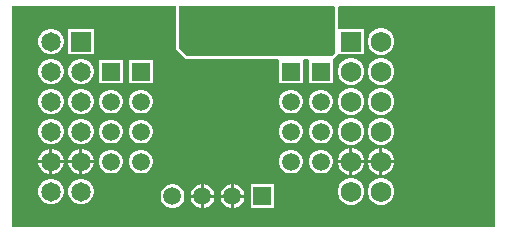
<source format=gbl>
G04*
G04 #@! TF.GenerationSoftware,Altium Limited,Altium Designer,23.3.1 (30)*
G04*
G04 Layer_Physical_Order=2*
G04 Layer_Color=16711680*
%FSLAX44Y44*%
%MOMM*%
G71*
G04*
G04 #@! TF.SameCoordinates,7D95EF5C-A674-4E58-8619-D26F187C42BB*
G04*
G04*
G04 #@! TF.FilePolarity,Positive*
G04*
G01*
G75*
%ADD38R,1.5000X1.5000*%
%ADD39C,1.5000*%
%ADD40R,1.6510X1.6510*%
%ADD41C,1.6510*%
%ADD42R,1.5000X1.5000*%
%ADD43C,1.7272*%
%ADD44R,1.6764X1.6764*%
%ADD45C,1.2700*%
G36*
X519938Y460756D02*
Y422148D01*
X517398Y419608D01*
X394716D01*
X387604Y426720D01*
Y462026D01*
X387759Y462181D01*
X518513D01*
X519938Y460756D01*
D02*
G37*
G36*
X655221Y274419D02*
X246479D01*
Y462181D01*
X384887D01*
X385014Y462026D01*
Y426720D01*
X385211Y425729D01*
X385773Y424889D01*
X392885Y417777D01*
X393725Y417215D01*
X394716Y417018D01*
X471530D01*
X472560Y416440D01*
X472560Y415748D01*
Y396360D01*
X492640D01*
Y415748D01*
X492640Y416440D01*
X493671Y417018D01*
X496930D01*
X497960Y416440D01*
X497960Y415748D01*
Y396360D01*
X518040D01*
Y416037D01*
X518252Y416752D01*
X518712Y417431D01*
X519229Y417777D01*
X521537Y420084D01*
X522478Y420878D01*
X544322D01*
Y442722D01*
X522528D01*
Y460756D01*
X522497Y460911D01*
X523452Y462181D01*
X655221D01*
Y274419D01*
D02*
G37*
%LPC*%
G36*
X315595Y442595D02*
X294005D01*
Y421005D01*
X315595D01*
Y442595D01*
D02*
G37*
G36*
X280821D02*
X277979D01*
X275233Y441859D01*
X272772Y440438D01*
X270762Y438428D01*
X269341Y435967D01*
X268605Y433221D01*
Y430379D01*
X269341Y427633D01*
X270762Y425172D01*
X272772Y423162D01*
X275233Y421741D01*
X277979Y421005D01*
X280821D01*
X283567Y421741D01*
X286028Y423162D01*
X288038Y425172D01*
X289459Y427633D01*
X290195Y430379D01*
Y433221D01*
X289459Y435967D01*
X288038Y438428D01*
X286028Y440438D01*
X283567Y441859D01*
X280821Y442595D01*
D02*
G37*
G36*
X560271Y442976D02*
X557329D01*
X554486Y442214D01*
X551938Y440743D01*
X549857Y438662D01*
X548386Y436114D01*
X547624Y433271D01*
Y430329D01*
X548386Y427486D01*
X549857Y424938D01*
X551938Y422857D01*
X554486Y421386D01*
X557329Y420624D01*
X560271D01*
X563114Y421386D01*
X565662Y422857D01*
X567743Y424938D01*
X569214Y427486D01*
X569976Y430329D01*
Y433271D01*
X569214Y436114D01*
X567743Y438662D01*
X565662Y440743D01*
X563114Y442214D01*
X560271Y442976D01*
D02*
G37*
G36*
X365640Y416440D02*
X345560D01*
Y396360D01*
X365640D01*
Y416440D01*
D02*
G37*
G36*
X340240D02*
X320160D01*
Y396360D01*
X340240D01*
Y416440D01*
D02*
G37*
G36*
X306221Y417195D02*
X303379D01*
X300633Y416459D01*
X298172Y415038D01*
X296162Y413028D01*
X294741Y410567D01*
X294005Y407821D01*
Y404979D01*
X294741Y402233D01*
X296162Y399772D01*
X298172Y397762D01*
X300633Y396341D01*
X303379Y395605D01*
X306221D01*
X308967Y396341D01*
X311428Y397762D01*
X313438Y399772D01*
X314859Y402233D01*
X315595Y404979D01*
Y407821D01*
X314859Y410567D01*
X313438Y413028D01*
X311428Y415038D01*
X308967Y416459D01*
X306221Y417195D01*
D02*
G37*
G36*
X280821D02*
X277979D01*
X275233Y416459D01*
X272772Y415038D01*
X270762Y413028D01*
X269341Y410567D01*
X268605Y407821D01*
Y404979D01*
X269341Y402233D01*
X270762Y399772D01*
X272772Y397762D01*
X275233Y396341D01*
X277979Y395605D01*
X280821D01*
X283567Y396341D01*
X286028Y397762D01*
X288038Y399772D01*
X289459Y402233D01*
X290195Y404979D01*
Y407821D01*
X289459Y410567D01*
X288038Y413028D01*
X286028Y415038D01*
X283567Y416459D01*
X280821Y417195D01*
D02*
G37*
G36*
X560271Y417576D02*
X557329D01*
X554486Y416814D01*
X551938Y415343D01*
X549857Y413262D01*
X548386Y410714D01*
X547624Y407871D01*
Y404929D01*
X548386Y402086D01*
X549857Y399538D01*
X551938Y397457D01*
X554486Y395986D01*
X557329Y395224D01*
X560271D01*
X563114Y395986D01*
X565662Y397457D01*
X567743Y399538D01*
X569214Y402086D01*
X569976Y404929D01*
Y407871D01*
X569214Y410714D01*
X567743Y413262D01*
X565662Y415343D01*
X563114Y416814D01*
X560271Y417576D01*
D02*
G37*
G36*
X534871D02*
X531929D01*
X529086Y416814D01*
X526538Y415343D01*
X524457Y413262D01*
X522986Y410714D01*
X522224Y407871D01*
Y404929D01*
X522986Y402086D01*
X524457Y399538D01*
X526538Y397457D01*
X529086Y395986D01*
X531929Y395224D01*
X534871D01*
X537714Y395986D01*
X540262Y397457D01*
X542343Y399538D01*
X543814Y402086D01*
X544576Y404929D01*
Y407871D01*
X543814Y410714D01*
X542343Y413262D01*
X540262Y415343D01*
X537714Y416814D01*
X534871Y417576D01*
D02*
G37*
G36*
X509322Y391040D02*
X506678D01*
X504125Y390356D01*
X501835Y389034D01*
X499966Y387165D01*
X498644Y384875D01*
X497960Y382322D01*
Y379678D01*
X498644Y377125D01*
X499966Y374835D01*
X501835Y372966D01*
X504125Y371644D01*
X506678Y370960D01*
X509322D01*
X511875Y371644D01*
X514165Y372966D01*
X516034Y374835D01*
X517356Y377125D01*
X518040Y379678D01*
Y382322D01*
X517356Y384875D01*
X516034Y387165D01*
X514165Y389034D01*
X511875Y390356D01*
X509322Y391040D01*
D02*
G37*
G36*
X483922D02*
X481278D01*
X478725Y390356D01*
X476435Y389034D01*
X474566Y387165D01*
X473244Y384875D01*
X472560Y382322D01*
Y379678D01*
X473244Y377125D01*
X474566Y374835D01*
X476435Y372966D01*
X478725Y371644D01*
X481278Y370960D01*
X483922D01*
X486475Y371644D01*
X488765Y372966D01*
X490634Y374835D01*
X491956Y377125D01*
X492640Y379678D01*
Y382322D01*
X491956Y384875D01*
X490634Y387165D01*
X488765Y389034D01*
X486475Y390356D01*
X483922Y391040D01*
D02*
G37*
G36*
X356922D02*
X354278D01*
X351725Y390356D01*
X349435Y389034D01*
X347566Y387165D01*
X346244Y384875D01*
X345560Y382322D01*
Y379678D01*
X346244Y377125D01*
X347566Y374835D01*
X349435Y372966D01*
X351725Y371644D01*
X354278Y370960D01*
X356922D01*
X359475Y371644D01*
X361765Y372966D01*
X363634Y374835D01*
X364956Y377125D01*
X365640Y379678D01*
Y382322D01*
X364956Y384875D01*
X363634Y387165D01*
X361765Y389034D01*
X359475Y390356D01*
X356922Y391040D01*
D02*
G37*
G36*
X331522D02*
X328878D01*
X326325Y390356D01*
X324035Y389034D01*
X322166Y387165D01*
X320844Y384875D01*
X320160Y382322D01*
Y379678D01*
X320844Y377125D01*
X322166Y374835D01*
X324035Y372966D01*
X326325Y371644D01*
X328878Y370960D01*
X331522D01*
X334075Y371644D01*
X336365Y372966D01*
X338234Y374835D01*
X339556Y377125D01*
X340240Y379678D01*
Y382322D01*
X339556Y384875D01*
X338234Y387165D01*
X336365Y389034D01*
X334075Y390356D01*
X331522Y391040D01*
D02*
G37*
G36*
X306221Y391795D02*
X303379D01*
X300633Y391059D01*
X298172Y389638D01*
X296162Y387628D01*
X294741Y385167D01*
X294005Y382421D01*
Y379579D01*
X294741Y376833D01*
X296162Y374372D01*
X298172Y372362D01*
X300633Y370941D01*
X303379Y370205D01*
X306221D01*
X308967Y370941D01*
X311428Y372362D01*
X313438Y374372D01*
X314859Y376833D01*
X315595Y379579D01*
Y382421D01*
X314859Y385167D01*
X313438Y387628D01*
X311428Y389638D01*
X308967Y391059D01*
X306221Y391795D01*
D02*
G37*
G36*
X280821D02*
X277979D01*
X275233Y391059D01*
X272772Y389638D01*
X270762Y387628D01*
X269341Y385167D01*
X268605Y382421D01*
Y379579D01*
X269341Y376833D01*
X270762Y374372D01*
X272772Y372362D01*
X275233Y370941D01*
X277979Y370205D01*
X280821D01*
X283567Y370941D01*
X286028Y372362D01*
X288038Y374372D01*
X289459Y376833D01*
X290195Y379579D01*
Y382421D01*
X289459Y385167D01*
X288038Y387628D01*
X286028Y389638D01*
X283567Y391059D01*
X280821Y391795D01*
D02*
G37*
G36*
X560271Y392176D02*
X557329D01*
X554486Y391414D01*
X551938Y389943D01*
X549857Y387862D01*
X548386Y385314D01*
X547624Y382471D01*
Y379529D01*
X548386Y376686D01*
X549857Y374138D01*
X551938Y372057D01*
X554486Y370586D01*
X557329Y369824D01*
X560271D01*
X563114Y370586D01*
X565662Y372057D01*
X567743Y374138D01*
X569214Y376686D01*
X569976Y379529D01*
Y382471D01*
X569214Y385314D01*
X567743Y387862D01*
X565662Y389943D01*
X563114Y391414D01*
X560271Y392176D01*
D02*
G37*
G36*
X534871D02*
X531929D01*
X529086Y391414D01*
X526538Y389943D01*
X524457Y387862D01*
X522986Y385314D01*
X522224Y382471D01*
Y379529D01*
X522986Y376686D01*
X524457Y374138D01*
X526538Y372057D01*
X529086Y370586D01*
X531929Y369824D01*
X534871D01*
X537714Y370586D01*
X540262Y372057D01*
X542343Y374138D01*
X543814Y376686D01*
X544576Y379529D01*
Y382471D01*
X543814Y385314D01*
X542343Y387862D01*
X540262Y389943D01*
X537714Y391414D01*
X534871Y392176D01*
D02*
G37*
G36*
X509322Y365640D02*
X506678D01*
X504125Y364956D01*
X501835Y363634D01*
X499966Y361765D01*
X498644Y359475D01*
X497960Y356922D01*
Y354278D01*
X498644Y351725D01*
X499966Y349435D01*
X501835Y347566D01*
X504125Y346244D01*
X506678Y345560D01*
X509322D01*
X511875Y346244D01*
X514165Y347566D01*
X516034Y349435D01*
X517356Y351725D01*
X518040Y354278D01*
Y356922D01*
X517356Y359475D01*
X516034Y361765D01*
X514165Y363634D01*
X511875Y364956D01*
X509322Y365640D01*
D02*
G37*
G36*
X483922D02*
X481278D01*
X478725Y364956D01*
X476435Y363634D01*
X474566Y361765D01*
X473244Y359475D01*
X472560Y356922D01*
Y354278D01*
X473244Y351725D01*
X474566Y349435D01*
X476435Y347566D01*
X478725Y346244D01*
X481278Y345560D01*
X483922D01*
X486475Y346244D01*
X488765Y347566D01*
X490634Y349435D01*
X491956Y351725D01*
X492640Y354278D01*
Y356922D01*
X491956Y359475D01*
X490634Y361765D01*
X488765Y363634D01*
X486475Y364956D01*
X483922Y365640D01*
D02*
G37*
G36*
X356922D02*
X354278D01*
X351725Y364956D01*
X349435Y363634D01*
X347566Y361765D01*
X346244Y359475D01*
X345560Y356922D01*
Y354278D01*
X346244Y351725D01*
X347566Y349435D01*
X349435Y347566D01*
X351725Y346244D01*
X354278Y345560D01*
X356922D01*
X359475Y346244D01*
X361765Y347566D01*
X363634Y349435D01*
X364956Y351725D01*
X365640Y354278D01*
Y356922D01*
X364956Y359475D01*
X363634Y361765D01*
X361765Y363634D01*
X359475Y364956D01*
X356922Y365640D01*
D02*
G37*
G36*
X331522D02*
X328878D01*
X326325Y364956D01*
X324035Y363634D01*
X322166Y361765D01*
X320844Y359475D01*
X320160Y356922D01*
Y354278D01*
X320844Y351725D01*
X322166Y349435D01*
X324035Y347566D01*
X326325Y346244D01*
X328878Y345560D01*
X331522D01*
X334075Y346244D01*
X336365Y347566D01*
X338234Y349435D01*
X339556Y351725D01*
X340240Y354278D01*
Y356922D01*
X339556Y359475D01*
X338234Y361765D01*
X336365Y363634D01*
X334075Y364956D01*
X331522Y365640D01*
D02*
G37*
G36*
X306221Y366395D02*
X303379D01*
X300633Y365659D01*
X298172Y364238D01*
X296162Y362228D01*
X294741Y359767D01*
X294005Y357021D01*
Y354179D01*
X294741Y351433D01*
X296162Y348972D01*
X298172Y346962D01*
X300633Y345541D01*
X303379Y344805D01*
X306221D01*
X308967Y345541D01*
X311428Y346962D01*
X313438Y348972D01*
X314859Y351433D01*
X315595Y354179D01*
Y357021D01*
X314859Y359767D01*
X313438Y362228D01*
X311428Y364238D01*
X308967Y365659D01*
X306221Y366395D01*
D02*
G37*
G36*
X280821D02*
X277979D01*
X275233Y365659D01*
X272772Y364238D01*
X270762Y362228D01*
X269341Y359767D01*
X268605Y357021D01*
Y354179D01*
X269341Y351433D01*
X270762Y348972D01*
X272772Y346962D01*
X275233Y345541D01*
X277979Y344805D01*
X280821D01*
X283567Y345541D01*
X286028Y346962D01*
X288038Y348972D01*
X289459Y351433D01*
X290195Y354179D01*
Y357021D01*
X289459Y359767D01*
X288038Y362228D01*
X286028Y364238D01*
X283567Y365659D01*
X280821Y366395D01*
D02*
G37*
G36*
X560271Y366776D02*
X557329D01*
X554486Y366014D01*
X551938Y364543D01*
X549857Y362462D01*
X548386Y359914D01*
X547624Y357071D01*
Y354129D01*
X548386Y351286D01*
X549857Y348738D01*
X551938Y346657D01*
X554486Y345186D01*
X557329Y344424D01*
X560271D01*
X563114Y345186D01*
X565662Y346657D01*
X567743Y348738D01*
X569214Y351286D01*
X569976Y354129D01*
Y357071D01*
X569214Y359914D01*
X567743Y362462D01*
X565662Y364543D01*
X563114Y366014D01*
X560271Y366776D01*
D02*
G37*
G36*
X534871D02*
X531929D01*
X529086Y366014D01*
X526538Y364543D01*
X524457Y362462D01*
X522986Y359914D01*
X522224Y357071D01*
Y354129D01*
X522986Y351286D01*
X524457Y348738D01*
X526538Y346657D01*
X529086Y345186D01*
X531929Y344424D01*
X534871D01*
X537714Y345186D01*
X540262Y346657D01*
X542343Y348738D01*
X543814Y351286D01*
X544576Y354129D01*
Y357071D01*
X543814Y359914D01*
X542343Y362462D01*
X540262Y364543D01*
X537714Y366014D01*
X534871Y366776D01*
D02*
G37*
G36*
X560271Y341376D02*
X560070D01*
Y331470D01*
X569976D01*
Y331671D01*
X569214Y334514D01*
X567743Y337062D01*
X565662Y339143D01*
X563114Y340614D01*
X560271Y341376D01*
D02*
G37*
G36*
X557530D02*
X557329D01*
X554486Y340614D01*
X551938Y339143D01*
X549857Y337062D01*
X548386Y334514D01*
X547624Y331671D01*
Y331470D01*
X557530D01*
Y341376D01*
D02*
G37*
G36*
X534871D02*
X534670D01*
Y331470D01*
X544576D01*
Y331671D01*
X543814Y334514D01*
X542343Y337062D01*
X540262Y339143D01*
X537714Y340614D01*
X534871Y341376D01*
D02*
G37*
G36*
X532130D02*
X531929D01*
X529086Y340614D01*
X526538Y339143D01*
X524457Y337062D01*
X522986Y334514D01*
X522224Y331671D01*
Y331470D01*
X532130D01*
Y341376D01*
D02*
G37*
G36*
X306221Y340995D02*
X306070D01*
Y331470D01*
X315595D01*
Y331621D01*
X314859Y334367D01*
X313438Y336828D01*
X311428Y338838D01*
X308967Y340259D01*
X306221Y340995D01*
D02*
G37*
G36*
X303530D02*
X303379D01*
X300633Y340259D01*
X298172Y338838D01*
X296162Y336828D01*
X294741Y334367D01*
X294005Y331621D01*
Y331470D01*
X303530D01*
Y340995D01*
D02*
G37*
G36*
X280821D02*
X280670D01*
Y331470D01*
X290195D01*
Y331621D01*
X289459Y334367D01*
X288038Y336828D01*
X286028Y338838D01*
X283567Y340259D01*
X280821Y340995D01*
D02*
G37*
G36*
X278130D02*
X277979D01*
X275233Y340259D01*
X272772Y338838D01*
X270762Y336828D01*
X269341Y334367D01*
X268605Y331621D01*
Y331470D01*
X278130D01*
Y340995D01*
D02*
G37*
G36*
X509322Y340240D02*
X506678D01*
X504125Y339556D01*
X501835Y338234D01*
X499966Y336365D01*
X498644Y334075D01*
X497960Y331522D01*
Y328878D01*
X498644Y326325D01*
X499966Y324035D01*
X501835Y322166D01*
X504125Y320844D01*
X506678Y320160D01*
X509322D01*
X511875Y320844D01*
X514165Y322166D01*
X516034Y324035D01*
X517356Y326325D01*
X518040Y328878D01*
Y331522D01*
X517356Y334075D01*
X516034Y336365D01*
X514165Y338234D01*
X511875Y339556D01*
X509322Y340240D01*
D02*
G37*
G36*
X483922D02*
X481278D01*
X478725Y339556D01*
X476435Y338234D01*
X474566Y336365D01*
X473244Y334075D01*
X472560Y331522D01*
Y328878D01*
X473244Y326325D01*
X474566Y324035D01*
X476435Y322166D01*
X478725Y320844D01*
X481278Y320160D01*
X483922D01*
X486475Y320844D01*
X488765Y322166D01*
X490634Y324035D01*
X491956Y326325D01*
X492640Y328878D01*
Y331522D01*
X491956Y334075D01*
X490634Y336365D01*
X488765Y338234D01*
X486475Y339556D01*
X483922Y340240D01*
D02*
G37*
G36*
X356922D02*
X354278D01*
X351725Y339556D01*
X349435Y338234D01*
X347566Y336365D01*
X346244Y334075D01*
X345560Y331522D01*
Y328878D01*
X346244Y326325D01*
X347566Y324035D01*
X349435Y322166D01*
X351725Y320844D01*
X354278Y320160D01*
X356922D01*
X359475Y320844D01*
X361765Y322166D01*
X363634Y324035D01*
X364956Y326325D01*
X365640Y328878D01*
Y331522D01*
X364956Y334075D01*
X363634Y336365D01*
X361765Y338234D01*
X359475Y339556D01*
X356922Y340240D01*
D02*
G37*
G36*
X331522D02*
X328878D01*
X326325Y339556D01*
X324035Y338234D01*
X322166Y336365D01*
X320844Y334075D01*
X320160Y331522D01*
Y328878D01*
X320844Y326325D01*
X322166Y324035D01*
X324035Y322166D01*
X326325Y320844D01*
X328878Y320160D01*
X331522D01*
X334075Y320844D01*
X336365Y322166D01*
X338234Y324035D01*
X339556Y326325D01*
X340240Y328878D01*
Y331522D01*
X339556Y334075D01*
X338234Y336365D01*
X336365Y338234D01*
X334075Y339556D01*
X331522Y340240D01*
D02*
G37*
G36*
X315595Y328930D02*
X306070D01*
Y319405D01*
X306221D01*
X308967Y320141D01*
X311428Y321562D01*
X313438Y323572D01*
X314859Y326033D01*
X315595Y328779D01*
Y328930D01*
D02*
G37*
G36*
X303530D02*
X294005D01*
Y328779D01*
X294741Y326033D01*
X296162Y323572D01*
X298172Y321562D01*
X300633Y320141D01*
X303379Y319405D01*
X303530D01*
Y328930D01*
D02*
G37*
G36*
X290195D02*
X280670D01*
Y319405D01*
X280821D01*
X283567Y320141D01*
X286028Y321562D01*
X288038Y323572D01*
X289459Y326033D01*
X290195Y328779D01*
Y328930D01*
D02*
G37*
G36*
X278130D02*
X268605D01*
Y328779D01*
X269341Y326033D01*
X270762Y323572D01*
X272772Y321562D01*
X275233Y320141D01*
X277979Y319405D01*
X278130D01*
Y328930D01*
D02*
G37*
G36*
X569976D02*
X560070D01*
Y319024D01*
X560271D01*
X563114Y319786D01*
X565662Y321257D01*
X567743Y323338D01*
X569214Y325886D01*
X569976Y328729D01*
Y328930D01*
D02*
G37*
G36*
X557530D02*
X547624D01*
Y328729D01*
X548386Y325886D01*
X549857Y323338D01*
X551938Y321257D01*
X554486Y319786D01*
X557329Y319024D01*
X557530D01*
Y328930D01*
D02*
G37*
G36*
X544576D02*
X534670D01*
Y319024D01*
X534871D01*
X537714Y319786D01*
X540262Y321257D01*
X542343Y323338D01*
X543814Y325886D01*
X544576Y328729D01*
Y328930D01*
D02*
G37*
G36*
X532130D02*
X522224D01*
Y328729D01*
X522986Y325886D01*
X524457Y323338D01*
X526538Y321257D01*
X529086Y319786D01*
X531929Y319024D01*
X532130D01*
Y328930D01*
D02*
G37*
G36*
X434392Y311030D02*
X434340D01*
Y302260D01*
X443110D01*
Y302312D01*
X442426Y304865D01*
X441104Y307155D01*
X439235Y309024D01*
X436945Y310346D01*
X434392Y311030D01*
D02*
G37*
G36*
X408992D02*
X408940D01*
Y302260D01*
X417710D01*
Y302312D01*
X417026Y304865D01*
X415704Y307155D01*
X413835Y309024D01*
X411545Y310346D01*
X408992Y311030D01*
D02*
G37*
G36*
X431800D02*
X431748D01*
X429195Y310346D01*
X426905Y309024D01*
X425036Y307155D01*
X423714Y304865D01*
X423030Y302312D01*
Y302260D01*
X431800D01*
Y311030D01*
D02*
G37*
G36*
X406400D02*
X406348D01*
X403795Y310346D01*
X401505Y309024D01*
X399636Y307155D01*
X398314Y304865D01*
X397630Y302312D01*
Y302260D01*
X406400D01*
Y311030D01*
D02*
G37*
G36*
X306221Y315595D02*
X303379D01*
X300633Y314859D01*
X298172Y313438D01*
X296162Y311428D01*
X294741Y308967D01*
X294005Y306221D01*
Y303379D01*
X294741Y300633D01*
X296162Y298172D01*
X298172Y296162D01*
X300633Y294741D01*
X303379Y294005D01*
X306221D01*
X308967Y294741D01*
X311428Y296162D01*
X313438Y298172D01*
X314859Y300633D01*
X315595Y303379D01*
Y306221D01*
X314859Y308967D01*
X313438Y311428D01*
X311428Y313438D01*
X308967Y314859D01*
X306221Y315595D01*
D02*
G37*
G36*
X280821D02*
X277979D01*
X275233Y314859D01*
X272772Y313438D01*
X270762Y311428D01*
X269341Y308967D01*
X268605Y306221D01*
Y303379D01*
X269341Y300633D01*
X270762Y298172D01*
X272772Y296162D01*
X275233Y294741D01*
X277979Y294005D01*
X280821D01*
X283567Y294741D01*
X286028Y296162D01*
X288038Y298172D01*
X289459Y300633D01*
X290195Y303379D01*
Y306221D01*
X289459Y308967D01*
X288038Y311428D01*
X286028Y313438D01*
X283567Y314859D01*
X280821Y315595D01*
D02*
G37*
G36*
X560271Y315976D02*
X557329D01*
X554486Y315214D01*
X551938Y313743D01*
X549857Y311662D01*
X548386Y309114D01*
X547624Y306271D01*
Y303329D01*
X548386Y300486D01*
X549857Y297938D01*
X551938Y295857D01*
X554486Y294386D01*
X557329Y293624D01*
X560271D01*
X563114Y294386D01*
X565662Y295857D01*
X567743Y297938D01*
X569214Y300486D01*
X569976Y303329D01*
Y306271D01*
X569214Y309114D01*
X567743Y311662D01*
X565662Y313743D01*
X563114Y315214D01*
X560271Y315976D01*
D02*
G37*
G36*
X534871D02*
X531929D01*
X529086Y315214D01*
X526538Y313743D01*
X524457Y311662D01*
X522986Y309114D01*
X522224Y306271D01*
Y303329D01*
X522986Y300486D01*
X524457Y297938D01*
X526538Y295857D01*
X529086Y294386D01*
X531929Y293624D01*
X534871D01*
X537714Y294386D01*
X540262Y295857D01*
X542343Y297938D01*
X543814Y300486D01*
X544576Y303329D01*
Y306271D01*
X543814Y309114D01*
X542343Y311662D01*
X540262Y313743D01*
X537714Y315214D01*
X534871Y315976D01*
D02*
G37*
G36*
X468510Y311030D02*
X448430D01*
Y290950D01*
X468510D01*
Y311030D01*
D02*
G37*
G36*
X443110Y299720D02*
X434340D01*
Y290950D01*
X434392D01*
X436945Y291634D01*
X439235Y292956D01*
X441104Y294825D01*
X442426Y297115D01*
X443110Y299668D01*
Y299720D01*
D02*
G37*
G36*
X431800D02*
X423030D01*
Y299668D01*
X423714Y297115D01*
X425036Y294825D01*
X426905Y292956D01*
X429195Y291634D01*
X431748Y290950D01*
X431800D01*
Y299720D01*
D02*
G37*
G36*
X417710D02*
X408940D01*
Y290950D01*
X408992D01*
X411545Y291634D01*
X413835Y292956D01*
X415704Y294825D01*
X417026Y297115D01*
X417710Y299668D01*
Y299720D01*
D02*
G37*
G36*
X406400D02*
X397630D01*
Y299668D01*
X398314Y297115D01*
X399636Y294825D01*
X401505Y292956D01*
X403795Y291634D01*
X406348Y290950D01*
X406400D01*
Y299720D01*
D02*
G37*
G36*
X383592Y311030D02*
X380948D01*
X378395Y310346D01*
X376105Y309024D01*
X374236Y307155D01*
X372914Y304865D01*
X372230Y302312D01*
Y299668D01*
X372914Y297115D01*
X374236Y294825D01*
X376105Y292956D01*
X378395Y291634D01*
X380948Y290950D01*
X383592D01*
X386145Y291634D01*
X388435Y292956D01*
X390304Y294825D01*
X391626Y297115D01*
X392310Y299668D01*
Y302312D01*
X391626Y304865D01*
X390304Y307155D01*
X388435Y309024D01*
X386145Y310346D01*
X383592Y311030D01*
D02*
G37*
%LPD*%
D38*
X355600Y406400D02*
D03*
X330200D02*
D03*
X508000D02*
D03*
X482600D02*
D03*
D39*
X355600Y381000D02*
D03*
Y355600D02*
D03*
Y330200D02*
D03*
X330200Y381000D02*
D03*
Y355600D02*
D03*
Y330200D02*
D03*
X382270Y300990D02*
D03*
X407670D02*
D03*
X433070D02*
D03*
X508000Y330200D02*
D03*
Y355600D02*
D03*
Y381000D02*
D03*
X482600Y330200D02*
D03*
Y355600D02*
D03*
Y381000D02*
D03*
D40*
X304800Y431800D02*
D03*
D41*
Y406400D02*
D03*
Y381000D02*
D03*
Y355600D02*
D03*
Y330200D02*
D03*
Y304800D02*
D03*
X279400Y431800D02*
D03*
Y406400D02*
D03*
Y381000D02*
D03*
Y355600D02*
D03*
Y330200D02*
D03*
Y304800D02*
D03*
D42*
X458470Y300990D02*
D03*
D43*
X558800Y304800D02*
D03*
Y330200D02*
D03*
Y355600D02*
D03*
Y381000D02*
D03*
Y406400D02*
D03*
Y431800D02*
D03*
X533400Y304800D02*
D03*
Y330200D02*
D03*
Y355600D02*
D03*
Y381000D02*
D03*
Y406400D02*
D03*
D44*
Y431800D02*
D03*
D45*
X382604Y391100D02*
D03*
X322503Y455930D02*
D03*
X425704Y428244D02*
D03*
X452120Y455422D02*
D03*
X374510Y455815D02*
D03*
X327660Y307340D02*
D03*
X508762Y293116D02*
D03*
X509016Y308864D02*
D03*
M02*

</source>
